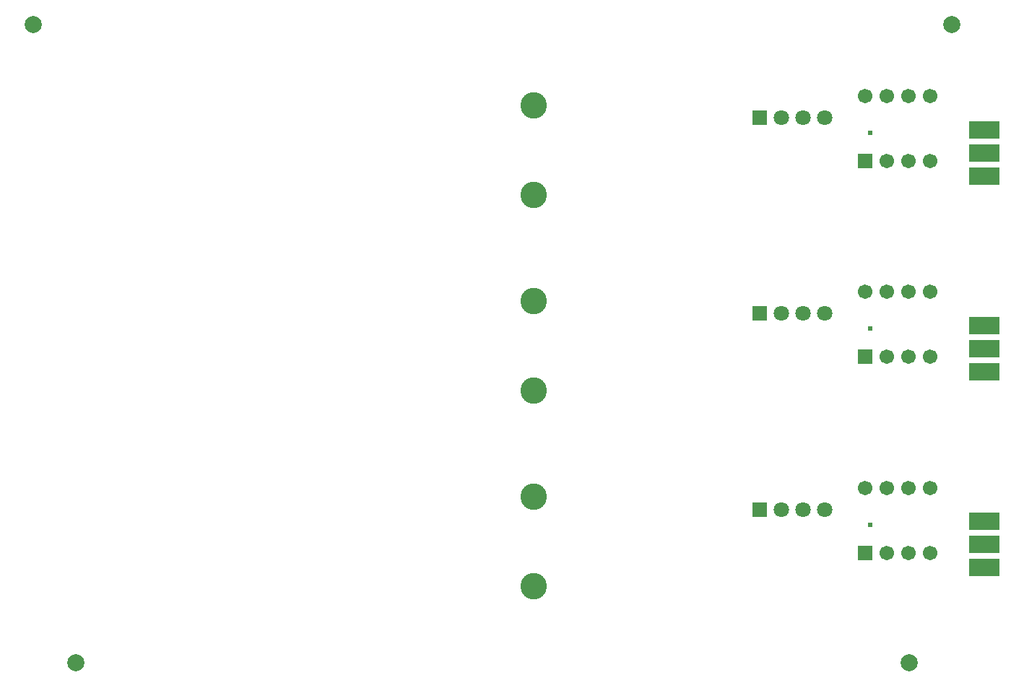
<source format=gbs>
G04 Layer: BottomSolderMaskLayer*
G04 EasyEDA Pro v1.9.28.eba1c1, 2023-02-22 19:28:42*
G04 Gerber Generator version 0.3*
G04 Scale: 100 percent, Rotated: No, Reflected: No*
G04 Dimensions in millimeters*
G04 Leading zeros omitted, absolute positions, 3 integers and 3 decimals*
G04 Panelize: Stamp Hole, Column: 1, Row: 3, Board Size: 127.734mm x 20.95mm, Panelized Board Size: 127.734mm x 82.847mm, Panelized Method: All Objects*
%FSLAX33Y33*%
%MOMM*%
%ADD10C,1.999999*%
%ADD11R,3.601601X2.001596*%
%ADD12C,3.101599*%
%ADD13R,1.7018X1.7018*%
%ADD14C,1.7018*%
%ADD15C,1.801597*%
%ADD16R,1.801597X1.801597*%
%ADD17C,0.610001*%
G75*


G04 Panelize Start*
G54D10*
G01X-59975Y60373D03*
G01X47760Y60373D03*
G01X-54975Y-14475D03*
G01X42760Y-14475D03*
G04 Panelize End*

G04 Pad Start*
G54D11*
G01X51562Y-538D03*
G01X51562Y-3235D03*
G01X51562Y2159D03*
G54D12*
G01X-1260Y5000D03*
G01X-1260Y-5500D03*
G54D13*
G01X37592Y-1524D03*
G54D14*
G01X40132Y-1524D03*
G01X42672Y-1524D03*
G01X45212Y-1524D03*
G01X45212Y6096D03*
G01X42672Y6096D03*
G01X40132Y6096D03*
G01X37592Y6096D03*
G54D15*
G01X32893Y3556D03*
G01X30353Y3556D03*
G01X27813Y3556D03*
G54D16*
G01X25273Y3556D03*
G04 Pad End*

G04 Via Start*
G54D17*
G01X38227Y1778D03*
G04 Via End*
G54D10*
G01X-59975Y60373D03*
G01X47760Y60373D03*
G01X-54975Y-14475D03*
G01X42760Y-14475D03*
G04 Panelize End*
G54D11*
G01X51562Y22411D03*
G01X51562Y19714D03*
G01X51562Y25108D03*
G54D12*
G01X-1260Y27949D03*
G01X-1260Y17449D03*
G54D13*
G01X37592Y21425D03*
G54D14*
G01X40132Y21425D03*
G01X42672Y21425D03*
G01X45212Y21425D03*
G01X45212Y29045D03*
G01X42672Y29045D03*
G01X40132Y29045D03*
G01X37592Y29045D03*
G54D15*
G01X32893Y26505D03*
G01X30353Y26505D03*
G01X27813Y26505D03*
G54D16*
G01X25273Y26505D03*
G04 Pad End*
G54D17*
G01X38227Y24727D03*
G04 Via End*
G54D10*
G01X-59975Y60373D03*
G01X47760Y60373D03*
G01X-54975Y-14475D03*
G01X42760Y-14475D03*
G04 Panelize End*
G54D11*
G01X51562Y45360D03*
G01X51562Y42663D03*
G01X51562Y48057D03*
G54D12*
G01X-1260Y50898D03*
G01X-1260Y40398D03*
G54D13*
G01X37592Y44374D03*
G54D14*
G01X40132Y44374D03*
G01X42672Y44374D03*
G01X45212Y44374D03*
G01X45212Y51994D03*
G01X42672Y51994D03*
G01X40132Y51994D03*
G01X37592Y51994D03*
G54D15*
G01X32893Y49454D03*
G01X30353Y49454D03*
G01X27813Y49454D03*
G54D16*
G01X25273Y49454D03*
G04 Pad End*
G54D17*
G01X38227Y47676D03*
G04 Via End*

M02*

</source>
